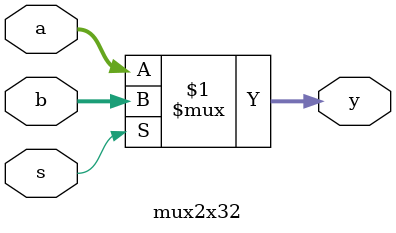
<source format=v>
`timescale 1ns/1ps
module mux2x32 (a, b, s, y);
    
    input [31:0] a, b; 
    input s;
    output [31:0] y;

    assign y = s ? b : a; 
 
endmodule   

</source>
